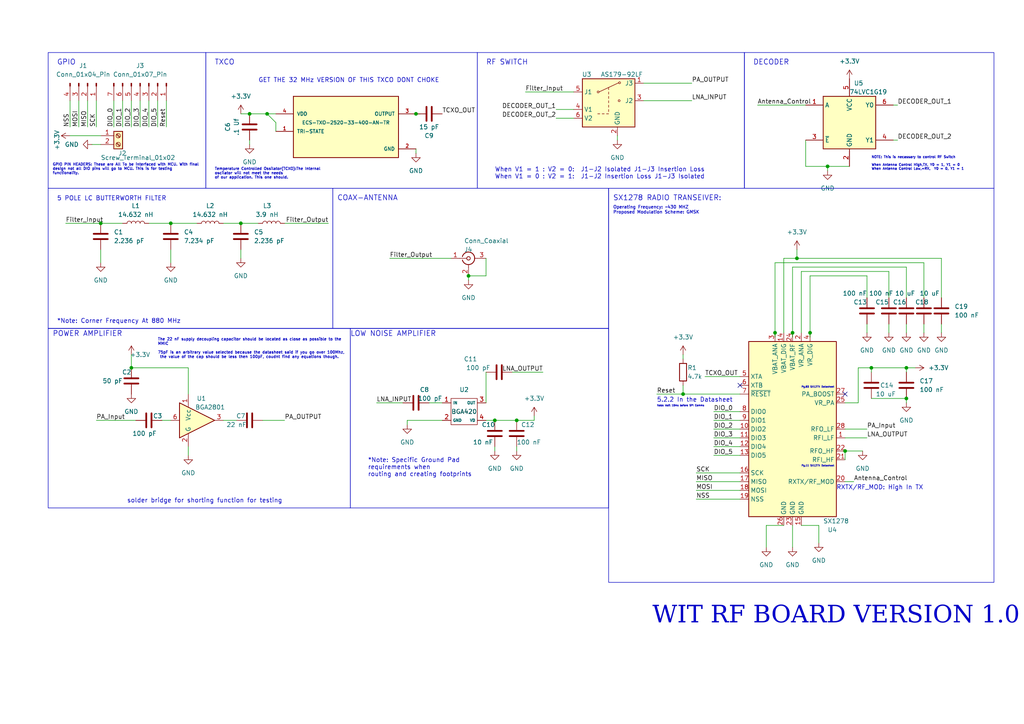
<source format=kicad_sch>
(kicad_sch (version 20230121) (generator eeschema)
  (paper "A4")
  (lib_symbols
    (symbol "74xGxx:74LVC1G19"
      (property "Reference" "U5" (at 1.27 11.43 0))
      (property "Value" "74LVC1G19" (at 0 8.89 0))
      (symbol "74LVC1G19_0_1"
        (rectangle (start -7.62 7.62) (end 7.62 -7.62) (stroke (width 0.254)) (fill (type background)))
      )
      (symbol "74LVC1G19_1_1"
        (pin input line (at -12.7 5.08 0) (length 5.08) (name "A") (number "1"))
        (pin input line (at 0 -12.7 90) (length 5.08) (name "GND") (number "2"))
        (pin input line (at -12.7 -5.08 0) (length 5.08) (name "~{E}") (number "3"))
        (pin output line (at 12.7 -5.08 180) (length 5.08) (name "Y1") (number "4"))
        (pin power_in line (at 0 12.7 270) (length 5.08) (name "VCC") (number "5"))
        (pin output line (at 12.7 5.08 180) (length 5.08) (name "Y0") (number "6"))
      )
    )
    (symbol "Connector:Conn_01x04_Pin" (pin_names (offset 1.016) hide)
      (property "Reference" "J" (at 0 5.08 0))
      (property "Value" "Conn_01x04_Pin" (at 0 -7.62 0))
      (symbol "Conn_01x04_Pin_1_1"
        (polyline (pts (xy 1.27 -5.08) (xy 0.8636 -5.08)) (stroke (width 0.1524)))
        (polyline (pts (xy 1.27 -2.54) (xy 0.8636 -2.54)) (stroke (width 0.1524)))
        (polyline (pts (xy 1.27 0) (xy 0.8636 0)) (stroke (width 0.1524)))
        (polyline (pts (xy 1.27 2.54) (xy 0.8636 2.54)) (stroke (width 0.1524)))
        (rectangle (start 0.8636 -4.953) (end 0 -5.207) (stroke (width 0.1524)) (fill (type outline)))
        (rectangle (start 0.8636 -2.413) (end 0 -2.667) (stroke (width 0.1524)) (fill (type outline)))
        (rectangle (start 0.8636 0.127) (end 0 -0.127) (stroke (width 0.1524)) (fill (type outline)))
        (rectangle (start 0.8636 2.667) (end 0 2.413) (stroke (width 0.1524)) (fill (type outline)))
        (pin passive line (at 5.08 2.54 180) (length 3.81) (name "Pin_1") (number "1"))
        (pin passive line (at 5.08 0 180) (length 3.81) (name "Pin_2") (number "2"))
        (pin passive line (at 5.08 -2.54 180) (length 3.81) (name "Pin_3") (number "3"))
        (pin passive line (at 5.08 -5.08 180) (length 3.81) (name "Pin_4") (number "4"))
      )
    )
    (symbol "Connector:Conn_01x07_Pin" (pin_names (offset 1.016) hide)
      (property "Reference" "J" (at 0 10.16 0))
      (property "Value" "Conn_01x07_Pin" (at 0 -10.16 0))
      (symbol "Conn_01x07_Pin_1_1"
        (polyline (pts (xy 1.27 -7.62) (xy 0.8636 -7.62)) (stroke (width 0.1524)))
        (polyline (pts (xy 1.27 -5.08) (xy 0.8636 -5.08)) (stroke (width 0.1524)))
        (polyline (pts (xy 1.27 -2.54) (xy 0.8636 -2.54)) (stroke (width 0.1524)))
        (polyline (pts (xy 1.27 0) (xy 0.8636 0)) (stroke (width 0.1524)))
        (polyline (pts (xy 1.27 2.54) (xy 0.8636 2.54)) (stroke (width 0.1524)))
        (polyline (pts (xy 1.27 5.08) (xy 0.8636 5.08)) (stroke (width 0.1524)))
        (polyline (pts (xy 1.27 7.62) (xy 0.8636 7.62)) (stroke (width 0.1524)))
        (rectangle (start 0.8636 -7.493) (end 0 -7.747) (stroke (width 0.1524)) (fill (type outline)))
        (rectangle (start 0.8636 -4.953) (end 0 -5.207) (stroke (width 0.1524)) (fill (type outline)))
        (rectangle (start 0.8636 -2.413) (end 0 -2.667) (stroke (width 0.1524)) (fill (type outline)))
        (rectangle (start 0.8636 0.127) (end 0 -0.127) (stroke (width 0.1524)) (fill (type outline)))
        (rectangle (start 0.8636 2.667) (end 0 2.413) (stroke (width 0.1524)) (fill (type outline)))
        (rectangle (start 0.8636 5.207) (end 0 4.953) (stroke (width 0.1524)) (fill (type outline)))
        (rectangle (start 0.8636 7.747) (end 0 7.493) (stroke (width 0.1524)) (fill (type outline)))
        (pin passive line (at 5.08 7.62 180) (length 3.81) (name "Pin_1") (number "1"))
        (pin passive line (at 5.08 5.08 180) (length 3.81) (name "Pin_2") (number "2"))
        (pin passive line (at 5.08 2.54 180) (length 3.81) (name "Pin_3") (number "3"))
        (pin passive line (at 5.08 0 180) (length 3.81) (name "Pin_4") (number "4"))
        (pin passive line (at 5.08 -2.54 180) (length 3.81) (name "Pin_5") (number "5"))
        (pin passive line (at 5.08 -5.08 180) (length 3.81) (name "Pin_6") (number "6"))
        (pin passive line (at 5.08 -7.62 180) (length 3.81) (name "Pin_7") (number "7"))
      )
    )
    (symbol "Connector:Conn_Coaxial" (pin_names (offset 1.016) hide)
      (property "Reference" "J5" (at 1.27 -2.54 0))
      (property "Value" "Conn_Coaxial" (at 1.27 -3.81 0))
      (symbol "Conn_Coaxial_0_1"
        (arc (start -1.778 -0.508) (mid 0.2311 -1.8066) (end 1.778 0) (stroke (width 0.254)))
        (polyline (pts (xy -2.54 0) (xy -0.508 0)))
        (polyline (pts (xy 0 -2.54) (xy 0 -1.778)))
        (polyline (pts (xy 2.54 0) (xy 1.778 0)))
        (circle (center 0 0) (radius 0.508) (stroke (width 0.2032)))
        (arc (start 1.778 0) (mid 0.2099 1.8101) (end -1.778 0.508) (stroke (width 0.254)))
      )
      (symbol "Conn_Coaxial_1_1"
        (pin passive line (at -5.08 0 0) (length 2.54) (name "In") (number "1"))
        (pin passive line (at 0 -5.08 90) (length 2.54) (name "Ext") (number "2"))
        (pin passive line (at 5.08 0 180) (length 2.54) (name "Ext") (number "3"))
      )
    )
    (symbol "Connector:Screw_Terminal_01x02" (pin_names (offset 1.016) hide)
      (property "Reference" "J" (at 0 2.54 0))
      (property "Value" "Screw_Terminal_01x02" (at 0 -5.08 0))
      (symbol "Screw_Terminal_01x02_1_1"
        (rectangle (start -1.27 1.27) (end 1.27 -3.81) (stroke (width 0.254)) (fill (type background)))
        (circle (center 0 -2.54) (radius 0.635) (stroke (width 0.1524)))
        (polyline (pts (xy -0.5334 -2.2098) (xy 0.3302 -3.048)) (stroke (width 0.1524)))
        (polyline (pts (xy -0.5334 0.3302) (xy 0.3302 -0.508)) (stroke (width 0.1524)))
        (polyline (pts (xy -0.3556 -2.032) (xy 0.508 -2.8702)) (stroke (width 0.1524)))
        (polyline (pts (xy -0.3556 0.508) (xy 0.508 -0.3302)) (stroke (width 0.1524)))
        (circle (center 0 0) (radius 0.635) (stroke (width 0.1524)))
        (pin passive line (at -5.08 0 0) (length 3.81) (name "Pin_1") (number "1"))
        (pin passive line (at -5.08 -2.54 0) (length 3.81) (name "Pin_2") (number "2"))
      )
    )
    (symbol "Device:C" (pin_numbers hide) (pin_names (offset 0.254))
      (property "Reference" "C" (at 0.635 2.54 0))
      (property "Value" "C" (at 0.635 -2.54 0))
      (symbol "C_0_1"
        (polyline (pts (xy -2.032 -0.762) (xy 2.032 -0.762)) (stroke (width 0.508)))
        (polyline (pts (xy -2.032 0.762) (xy 2.032 0.762)) (stroke (width 0.508)))
      )
      (symbol "C_1_1"
        (pin passive line (at 0 3.81 270) (length 2.794) (name "~") (number "1"))
        (pin passive line (at 0 -3.81 90) (length 2.794) (name "~") (number "2"))
      )
    )
    (symbol "Device:L" (pin_numbers hide) (pin_names (offset 1.016) hide)
      (property "Reference" "L" (at -1.27 0 90))
      (property "Value" "L" (at 1.905 0 90))
      (symbol "L_0_1"
        (arc (start 0 -2.54) (mid 0.6323 -1.905) (end 0 -1.27))
        (arc (start 0 -1.27) (mid 0.6323 -0.635) (end 0 0))
        (arc (start 0 0) (mid 0.6323 0.635) (end 0 1.27))
        (arc (start 0 1.27) (mid 0.6323 1.905) (end 0 2.54))
      )
      (symbol "L_1_1"
        (pin passive line (at 0 3.81 270) (length 1.27) (name "1") (number "1"))
        (pin passive line (at 0 -3.81 90) (length 1.27) (name "2") (number "2"))
      )
    )
    (symbol "Device:R" (pin_numbers hide) (pin_names (offset 0))
      (property "Reference" "R" (at 2.032 0 90))
      (property "Value" "R" (at 0 0 90))
      (symbol "R_0_1"
        (rectangle (start -1.016 -2.54) (end 1.016 2.54) (stroke (width 0.254)))
      )
      (symbol "R_1_1"
        (pin passive line (at 0 3.81 270) (length 1.27) (name "~") (number "1"))
        (pin passive line (at 0 -3.81 90) (length 1.27) (name "~") (number "2"))
      )
    )
    (symbol "GND_1" (power) (pin_names (offset 0))
      (property "Value" "GND_1" (at 0 -5.08 0))
      (symbol "GND_1_0_1"
        (polyline (pts (xy 0 0) (xy 0 -1.27) (xy 1.27 -1.27) (xy 0 -2.54) (xy -1.27 -1.27) (xy 0 -1.27)))
      )
      (symbol "GND_1_1_1"
        (pin power_in line (at 0 0 270) (length 0) hide (name "GND") (number "1"))
      )
    )
    (symbol "Pico_Comm_Board:BGA420H6"
      (property "Reference" "U2" (at 0 6.35 0))
      (property "Value" "~" (at 0 0 0))
      (symbol "BGA420H6_0_1"
        (rectangle (start -3.81 3.81) (end 3.81 -3.81))
      )
      (symbol "BGA420H6_1_1"
        (text "BGA420\n" (at 0 0 0) (effects (font (size 1.27 1.27))))
        (pin input line (at -6.35 2.54 0) (length 2.54) (name "IN") (number "1"))
        (pin input line (at -6.35 -2.54 0) (length 2.54) (name "GND") (number "2"))
        (pin output line (at 6.35 2.54 180) (length 2.54) (name "OUT") (number "3"))
        (pin input line (at 6.35 -2.54 180) (length 2.54) (name "VD") (number "4"))
      )
    )
    (symbol "RF:SX1278"
      (property "Reference" "U4" (at 10.16 -29.21 0))
      (property "Value" "SX1278" (at 8.89 -26.67 0))
      (symbol "SX1278_0_1"
        (rectangle (start -12.7 25.4) (end 12.7 -25.4) (stroke (width 0.254)) (fill (type background)))
      )
      (symbol "SX1278_1_1"
        (pin input line (at 15.24 -2.54 180) (length 2.54) (name "RFI_LF") (number "1"))
        (pin bidirectional line (at -15.24 0 0) (length 2.54) (name "DIO2") (number "10"))
        (pin bidirectional line (at -15.24 -2.54 0) (length 2.54) (name "DIO3") (number "11"))
        (pin bidirectional line (at -15.24 -5.08 0) (length 2.54) (name "DIO4") (number "12"))
        (pin bidirectional line (at -15.24 -7.62 0) (length 2.54) (name "DIO5") (number "13"))
        (pin input line (at -2.54 27.94 270) (length 2.54) (name "VBAT_DIG") (number "14"))
        (pin input line (at 2.54 -27.94 90) (length 2.54) (name "GND") (number "15"))
        (pin input line (at -15.24 -12.7 0) (length 2.54) (name "SCK") (number "16"))
        (pin output line (at -15.24 -15.24 0) (length 2.54) (name "MISO") (number "17"))
        (pin input line (at -15.24 -17.78 0) (length 2.54) (name "MOSI") (number "18"))
        (pin input line (at -15.24 -20.32 0) (length 2.54) (name "NSS") (number "19"))
        (pin input line (at 2.54 27.94 270) (length 2.54) (name "VR_ANA") (number "2"))
        (pin output line (at 15.24 -15.24 180) (length 2.54) (name "RXTX/RF_MOD") (number "20"))
        (pin passive line (at 2.54 -27.94 90) (length 2.54) hide (name "GND") (number "21"))
        (pin input line (at 15.24 -8.89 180) (length 2.54) (name "RFI_HF") (number "21"))
        (pin passive line (at 2.54 -27.94 90) (length 2.54) hide (name "GND") (number "22"))
        (pin input line (at 15.24 -6.35 180) (length 2.54) (name "RFO_HF") (number "22"))
        (pin input line (at 0 -27.94 90) (length 2.54) (name "GND") (number "23"))
        (pin passive line (at 2.54 -27.94 90) (length 2.54) hide (name "GND") (number "23"))
        (pin input line (at 0 27.94 270) (length 2.54) (name "VBAT_RF") (number "24"))
        (pin power_out line (at 15.24 7.62 180) (length 2.54) (name "VR_PA") (number "25"))
        (pin input line (at -2.54 -27.94 90) (length 2.54) (name "GND") (number "26"))
        (pin passive line (at 2.54 -27.94 90) (length 2.54) hide (name "GND") (number "26"))
        (pin power_out line (at 15.24 10.16 180) (length 2.54) (name "PA_BOOST") (number "27"))
        (pin output line (at 15.24 0 180) (length 2.54) (name "RFO_LF") (number "28"))
        (pin passive line (at 2.54 -27.94 90) (length 2.54) hide (name "GND") (number "29"))
        (pin input line (at -5.08 27.94 270) (length 2.54) (name "VBAT_ANA") (number "3"))
        (pin input line (at 5.08 27.94 270) (length 2.54) (name "VR_DIG") (number "4"))
        (pin bidirectional line (at -15.24 15.24 0) (length 2.54) (name "XTA") (number "5"))
        (pin bidirectional line (at -15.24 12.7 0) (length 2.54) (name "XTB") (number "6"))
        (pin input line (at -15.24 10.16 0) (length 2.54) (name "~{RESET}") (number "7"))
        (pin bidirectional line (at -15.24 5.08 0) (length 2.54) (name "DIO0") (number "8"))
        (pin bidirectional line (at -15.24 2.54 0) (length 2.54) (name "DIO1") (number "9"))
      )
    )
    (symbol "RF_Amplifier:BGA2801"
      (property "Reference" "U" (at 2.54 6.35 0))
      (property "Value" "BGA2801" (at 3.81 3.81 0))
      (symbol "BGA2801_0_1"
        (polyline (pts (xy 5.08 0) (xy -5.08 5.08) (xy -5.08 -5.08) (xy 5.08 0)) (stroke (width 0.254)) (fill (type background)))
      )
      (symbol "BGA2801_1_1"
        (pin power_in line (at -2.54 7.62 270) (length 3.81) (name "Vcc") (number "1"))
        (pin power_in line (at -2.54 -7.62 90) (length 3.81) (name "G") (number "2"))
        (pin output line (at 7.62 0 180) (length 2.54) (name "~") (number "3"))
        (pin passive line (at -2.54 -7.62 90) (length 3.81) hide (name "G") (number "4"))
        (pin passive line (at -2.54 -7.62 90) (length 3.81) hide (name "G") (number "5"))
        (pin input line (at -7.62 0 0) (length 2.54) (name "~") (number "6"))
      )
    )
    (symbol "RF_Switch:AS179-92LF"
      (property "Reference" "U3" (at 0 11.43 0))
      (property "Value" "AS179-92LF" (at 0 8.89 0))
      (symbol "AS179-92LF_1_1"
        (circle (center -3.048 2.54) (radius 0.2794))
        (polyline (pts (xy -3.175 -3.81) (xy -2.54 -3.81)))
        (polyline (pts (xy -2.794 2.54) (xy 2.921 5.207)))
        (polyline (pts (xy -1.905 -3.81) (xy -1.27 -3.81)))
        (polyline (pts (xy -0.635 -3.81) (xy 0 -3.81)))
        (polyline (pts (xy 0 -3.175) (xy 0 -2.54)))
        (polyline (pts (xy 0 -1.905) (xy 0 -1.27)))
        (polyline (pts (xy 0 -0.635) (xy 0 0)))
        (polyline (pts (xy 0 0.635) (xy 0 1.27)))
        (polyline (pts (xy 0 1.905) (xy 0 2.54)))
        (polyline (pts (xy 0 3.175) (xy 0 3.81)))
        (circle (center 3.048 0) (radius 0.2794))
        (circle (center 3.175 5.207) (radius 0.2794))
        (rectangle (start 7.62 -7.62) (end -7.62 6.35) (stroke (width 0.254)) (fill (type background)))
        (pin passive line (at 10.16 5.08 180) (length 2.54) (name "J3") (number "1"))
        (pin input line (at 2.54 -10.16 90) (length 2.54) (name "GND") (number "2"))
        (pin passive line (at 10.16 0 180) (length 2.54) (name "J2") (number "3"))
        (pin input line (at -10.16 -2.54 0) (length 2.54) (name "V1") (number "4"))
        (pin passive line (at -10.16 2.54 0) (length 2.54) (name "J1") (number "5"))
        (pin input line (at -10.16 -5.08 0) (length 2.54) (name "V2") (number "6"))
      )
    )
    (symbol "TXCO #2:ECS-TXO-2520-33-400-AN-TR" (pin_names (offset 1.016))
      (property "Reference" "Y" (at -15.7743 7.8872 0))
      (property "Value" "ECS-TXO-2520-33-400-AN-TR" (at -15.7951 -12.2286 0))
      (symbol "ECS-TXO-2520-33-400-AN-TR_0_0"
        (rectangle (start -15.24 -10.16) (end 15.24 7.62) (stroke (width 0.254)) (fill (type background)))
        (pin input line (at -20.32 -2.54 0) (length 5.08) (name "TRI-STATE") (number "1"))
        (pin power_in line (at 20.32 -7.62 180) (length 5.08) (name "GND") (number "2"))
        (pin output line (at 20.32 2.54 180) (length 5.08) (name "OUTPUT") (number "3"))
        (pin input line (at -20.32 2.54 0) (length 5.08) (name "VDD") (number "4"))
      )
    )
    (symbol "power:+3.3V" (power) (pin_names (offset 0))
      (property "Value" "+3.3V" (at 0 3.556 0))
      (symbol "+3.3V_0_1"
        (polyline (pts (xy -0.762 1.27) (xy 0 2.54)))
        (polyline (pts (xy 0 0) (xy 0 2.54)))
        (polyline (pts (xy 0 2.54) (xy 0.762 1.27)))
      )
      (symbol "+3.3V_1_1"
        (pin power_in line (at 0 0 90) (length 0) hide (name "+3.3V") (number "1"))
      )
    )
    (symbol "power:GND" (power) (pin_names (offset 0))
      (property "Value" "GND" (at 0 -3.81 0))
      (symbol "GND_0_1"
        (polyline (pts (xy 0 0) (xy 0 -1.27) (xy 1.27 -1.27) (xy 0 -2.54) (xy -1.27 -1.27) (xy 0 -1.27)))
      )
      (symbol "GND_1_1"
        (pin power_in line (at 0 0 270) (length 0) hide (name "GND") (number "1"))
      )
    )
  )
  (junction (at 120.65 33.02))
  (junction (at 149.86 121.92))
  (junction (at 69.85 64.77))
  (junction (at 231.14 74.93))
  (junction (at 135.89 80.01))
  (junction (at 72.39 33.02))
  (junction (at 49.53 64.77))
  (junction (at 245.11 130.81))
  (junction (at 252.73 106.68))
  (junction (at 143.51 121.92))
  (junction (at 240.03 48.26))
  (junction (at 224.79 96.52))
  (junction (at 198.12 114.3))
  (junction (at 234.95 96.52))
  (junction (at 262.89 115.57))
  (junction (at 229.87 96.52))
  (junction (at 77.47 33.02))
  (junction (at 38.1 106.68))
  (junction (at 262.89 106.68))
  (junction (at 29.21 64.77))
  (no_connect (at 214.63 111.76))
  (no_connect (at 245.11 114.3))
  (wire (pts (xy 245.11 130.81) (xy 250.19 130.81)))
  (wire (pts (xy 143.51 129.54) (xy 143.51 130.81)))
  (wire (pts (xy 233.68 48.26) (xy 240.03 48.26)))
  (wire (pts (xy 69.85 72.39) (xy 69.85 74.93)))
  (wire (pts (xy 80.01 35.56) (xy 80.01 38.1)))
  (wire (pts (xy 219.71 30.48) (xy 233.68 30.48)))
  (wire (pts (xy 33.02 29.21) (xy 33.02 36.83)))
  (wire (pts (xy 227.33 74.93) (xy 231.14 74.93)))
  (wire (pts (xy 245.11 127) (xy 251.46 127)))
  (wire (pts (xy 20.32 39.37) (xy 29.21 39.37)))
  (wire (pts (xy 118.11 121.92) (xy 118.11 123.19)))
  (wire (pts (xy 201.93 142.24) (xy 214.63 142.24)))
  (wire (pts (xy 259.08 30.48) (xy 260.35 30.48)))
  (wire (pts (xy 149.86 121.92) (xy 154.94 121.92)))
  (wire (pts (xy 204.47 109.22) (xy 214.63 109.22)))
  (wire (pts (xy 198.12 111.76) (xy 198.12 114.3)))
  (wire (pts (xy 224.79 96.52) (xy 224.79 97.79)))
  (wire (pts (xy 232.41 78.74) (xy 257.81 78.74)))
  (wire (pts (xy 251.46 80.01) (xy 251.46 86.36)))
  (wire (pts (xy 248.92 106.68) (xy 248.92 116.84)))
  (wire (pts (xy 229.87 152.4) (xy 229.87 158.75)))
  (wire (pts (xy 234.95 80.01) (xy 234.95 96.52)))
  (wire (pts (xy 229.87 96.52) (xy 229.87 97.79)))
  (wire (pts (xy 257.81 78.74) (xy 257.81 86.36)))
  (wire (pts (xy 161.29 34.29) (xy 166.37 34.29)))
  (wire (pts (xy 201.93 144.78) (xy 214.63 144.78)))
  (wire (pts (xy 248.92 106.68) (xy 252.73 106.68)))
  (wire (pts (xy 109.22 116.84) (xy 116.84 116.84)))
  (wire (pts (xy 232.41 78.74) (xy 232.41 96.52)))
  (wire (pts (xy 161.29 31.75) (xy 166.37 31.75)))
  (wire (pts (xy 237.49 152.4) (xy 237.49 157.48)))
  (wire (pts (xy 245.11 124.46) (xy 251.46 124.46)))
  (wire (pts (xy 77.47 33.02) (xy 80.01 33.02)))
  (wire (pts (xy 267.97 76.2) (xy 267.97 86.36)))
  (wire (pts (xy 25.4 29.21) (xy 25.4 36.83)))
  (wire (pts (xy 252.73 106.68) (xy 262.89 106.68)))
  (wire (pts (xy 259.08 40.64) (xy 260.35 40.64)))
  (wire (pts (xy 19.05 64.77) (xy 29.21 64.77)))
  (wire (pts (xy 140.97 74.93) (xy 140.97 80.01)))
  (wire (pts (xy 27.94 121.92) (xy 39.37 121.92)))
  (wire (pts (xy 82.55 64.77) (xy 95.25 64.77)))
  (wire (pts (xy 140.97 121.92) (xy 143.51 121.92)))
  (wire (pts (xy 69.85 33.02) (xy 72.39 33.02)))
  (wire (pts (xy 64.77 121.92) (xy 68.58 121.92)))
  (wire (pts (xy 257.81 93.98) (xy 257.81 96.52)))
  (wire (pts (xy 201.93 137.16) (xy 214.63 137.16)))
  (wire (pts (xy 262.89 77.47) (xy 262.89 86.36)))
  (wire (pts (xy 154.94 120.65) (xy 154.94 121.92)))
  (wire (pts (xy 262.89 106.68) (xy 262.89 107.95)))
  (wire (pts (xy 118.11 121.92) (xy 128.27 121.92)))
  (wire (pts (xy 120.65 33.02) (xy 121.92 33.02)))
  (wire (pts (xy 198.12 102.87) (xy 198.12 104.14)))
  (wire (pts (xy 273.05 74.93) (xy 231.14 74.93)))
  (wire (pts (xy 22.86 29.21) (xy 22.86 36.83)))
  (wire (pts (xy 245.11 116.84) (xy 248.92 116.84)))
  (wire (pts (xy 267.97 93.98) (xy 267.97 96.52)))
  (wire (pts (xy 69.85 64.77) (xy 74.93 64.77)))
  (wire (pts (xy 140.97 107.95) (xy 140.97 116.84)))
  (wire (pts (xy 46.99 121.92) (xy 49.53 121.92)))
  (wire (pts (xy 273.05 93.98) (xy 273.05 96.52)))
  (wire (pts (xy 224.79 76.2) (xy 224.79 96.52)))
  (wire (pts (xy 251.46 93.98) (xy 251.46 96.52)))
  (wire (pts (xy 240.03 49.53) (xy 240.03 48.26)))
  (wire (pts (xy 214.63 121.92) (xy 207.01 121.92)))
  (wire (pts (xy 48.26 29.21) (xy 48.26 36.83)))
  (wire (pts (xy 233.68 40.64) (xy 233.68 48.26)))
  (wire (pts (xy 201.93 139.7) (xy 214.63 139.7)))
  (wire (pts (xy 40.64 29.21) (xy 40.64 36.83)))
  (wire (pts (xy 64.77 64.77) (xy 69.85 64.77)))
  (wire (pts (xy 222.25 152.4) (xy 227.33 152.4)))
  (wire (pts (xy 273.05 74.93) (xy 273.05 86.36)))
  (wire (pts (xy 135.89 80.01) (xy 140.97 80.01)))
  (wire (pts (xy 186.69 29.21) (xy 200.66 29.21)))
  (wire (pts (xy 45.72 29.21) (xy 45.72 36.83)))
  (wire (pts (xy 26.67 41.91) (xy 29.21 41.91)))
  (wire (pts (xy 120.65 43.18) (xy 120.65 44.45)))
  (wire (pts (xy 198.12 114.3) (xy 214.63 114.3)))
  (wire (pts (xy 234.95 80.01) (xy 251.46 80.01)))
  (wire (pts (xy 80.01 35.56) (xy 77.47 33.02)))
  (wire (pts (xy 262.89 115.57) (xy 262.89 116.84)))
  (wire (pts (xy 214.63 127) (xy 207.01 127)))
  (wire (pts (xy 262.89 93.98) (xy 262.89 96.52)))
  (wire (pts (xy 227.33 74.93) (xy 227.33 96.52)))
  (wire (pts (xy 148.59 107.95) (xy 157.48 107.95)))
  (wire (pts (xy 224.79 76.2) (xy 267.97 76.2)))
  (wire (pts (xy 214.63 124.46) (xy 207.01 124.46)))
  (wire (pts (xy 222.25 152.4) (xy 222.25 158.75)))
  (wire (pts (xy 54.61 106.68) (xy 54.61 114.3)))
  (wire (pts (xy 179.07 39.37) (xy 179.07 40.64)))
  (wire (pts (xy 43.18 64.77) (xy 49.53 64.77)))
  (wire (pts (xy 20.32 29.21) (xy 20.32 36.83)))
  (wire (pts (xy 35.56 29.21) (xy 35.56 36.83)))
  (wire (pts (xy 240.03 48.26) (xy 246.38 48.26)))
  (wire (pts (xy 149.86 129.54) (xy 149.86 130.81)))
  (wire (pts (xy 237.49 152.4) (xy 232.41 152.4)))
  (wire (pts (xy 252.73 115.57) (xy 262.89 115.57)))
  (wire (pts (xy 49.53 72.39) (xy 49.53 76.2)))
  (wire (pts (xy 38.1 29.21) (xy 38.1 36.83)))
  (wire (pts (xy 143.51 121.92) (xy 149.86 121.92)))
  (wire (pts (xy 229.87 77.47) (xy 229.87 96.52)))
  (wire (pts (xy 190.5 114.3) (xy 198.12 114.3)))
  (wire (pts (xy 54.61 129.54) (xy 54.61 132.08)))
  (wire (pts (xy 229.87 77.47) (xy 262.89 77.47)))
  (wire (pts (xy 262.89 106.68) (xy 265.43 106.68)))
  (wire (pts (xy 152.4 26.67) (xy 166.37 26.67)))
  (wire (pts (xy 231.14 72.39) (xy 231.14 74.93)))
  (wire (pts (xy 27.94 29.21) (xy 27.94 36.83)))
  (wire (pts (xy 186.69 24.13) (xy 200.66 24.13)))
  (wire (pts (xy 252.73 107.95) (xy 252.73 106.68)))
  (wire (pts (xy 76.2 121.92) (xy 82.55 121.92)))
  (wire (pts (xy 72.39 33.02) (xy 77.47 33.02)))
  (wire (pts (xy 38.1 102.87) (xy 38.1 106.68)))
  (wire (pts (xy 245.11 139.7) (xy 247.65 139.7)))
  (wire (pts (xy 234.95 96.52) (xy 234.95 97.79)))
  (wire (pts (xy 29.21 72.39) (xy 29.21 76.2)))
  (wire (pts (xy 72.39 41.91) (xy 72.39 40.64)))
  (wire (pts (xy 43.18 29.21) (xy 43.18 36.83)))
  (wire (pts (xy 38.1 106.68) (xy 54.61 106.68)))
  (wire (pts (xy 135.89 80.01) (xy 135.89 81.28)))
  (wire (pts (xy 245.11 130.81) (xy 245.11 133.35)))
  (wire (pts (xy 29.21 64.77) (xy 35.56 64.77)))
  (wire (pts (xy 214.63 129.54) (xy 207.01 129.54)))
  (wire (pts (xy 214.63 132.08) (xy 207.01 132.08)))
  (wire (pts (xy 214.63 119.38) (xy 207.01 119.38)))
  (wire (pts (xy 113.03 74.93) (xy 130.81 74.93)))
  (wire (pts (xy 49.53 64.77) (xy 57.15 64.77)))
  (wire (pts (xy 124.46 116.84) (xy 128.27 116.84)))
  (rectangle (start 13.97 95.25) (end 101.6 147.32))
  (rectangle (start 13.97 15.24) (end 59.69 54.61))
  (rectangle (start 59.69 15.24) (end 138.43 54.61))
  (rectangle (start 13.97 54.61) (end 96.52 95.25))
  (rectangle (start 96.52 54.61) (end 176.53 95.25))
  (rectangle (start 176.53 54.61) (end 288.29 168.91))
  (rectangle (start 138.43 15.24) (end 215.9 54.61))
  (rectangle (start 101.6 95.25) (end 176.53 147.32))
  (rectangle (start 215.9 15.24) (end 288.29 54.61))
  (text "5.2.2 In the Datasheet\n" (at 190.5 116.84 0) (effects (font (size 1.27 1.27)) (justify left bottom)))
  (text "When V1 = 1 : V2 = 0:  J1-J2 Isolated J1-J3 Insertion Loss\nWhen V1 = 0 : V2 = 1:  J1-J2 Insertion Loss J1-J3 Isolated\n" (at 143.51 52.07 0) (effects (font (size 1.27 1.27)) (justify left bottom)))
  (text "GPIO\n" (at 16.51 19.05 0) (effects (font (size 1.5 1.5)) (justify left bottom)))
  (text "RXTX/RF_MOD: High In TX\n" (at 242.57 142.24 0) (effects (font (size 1.27 1.27)) (justify left bottom)))
  (text "Note: Wait 10ms before SPI Comms\n" (at 190.5 118.11 0) (effects (font (size 0.5 0.5)) (justify left bottom)))
  (text "GPIO PIN HEADERS: These are All To be interfaced with MCU. With final\ndesign not all DIO pins will go to MCU. This is for testing \nfunctionality.\n" (at 15.24 50.8 0) (effects (font (size 0.77 0.77)) (justify left bottom)))
  (text "*Note: Corner Frequency At 880 MHz\n" (at 16.51 93.98 0) (effects (font (size 1.27 1.27)) (justify left bottom)))
  (text "RF SWITCH" (at 140.97 19.05 0) (effects (font (size 1.5 1.5)) (justify left bottom)))
  (text "COAX-ANTENNA\n" (at 97.79 58.42 0) (effects (font (size 1.5 1.5)) (justify left bottom)))
  (text "LOW NOISE AMPLIFIER\n" (at 101.6 97.79 0) (effects (font (size 1.5 1.5)) (justify left bottom)))
  (text "POWER AMPLIFIER" (at 15.24 97.79 0) (effects (font (size 1.5 1.5)) (justify left bottom)))
  (text "GET THE 32 MHz VERSION OF THIS TXCO DONT CHOKE\n" (at 74.93 24.13 0) (effects (font (size 1.27 1.27)) (justify left bottom)))
  (text "*Note: Specific Ground Pad \nrequirements when \nrouting and creating footprints" (at 106.68 138.43 0) (effects (font (size 1.27 1.27)) (justify left bottom)))
  (text "Operating Frequency: ~430 MHZ\nProposed Modulation Scheme: GMSK\n" (at 177.8 62.23 0) (effects (font (size 0.9 0.9)) (justify left bottom)))
  (text "Pg.11 SX127X Datasheet\n\n\n" (at 232.41 137.16 0) (effects (font (size 0.5 0.5)) (justify left bottom)))
  (text "solder bridge for shorting function for testing \n" (at 36.83 146.05 0) (effects (font (size 1.27 1.27)) (justify left bottom)))
  (text "75pF is an arbitrary value selected because the datasheet said if you go over 100Mhz,\n the value of the cap should be less then 100pF, coudnt find any equations though." (at 45.72 104.14 0) (effects (font (size 0.8 0.8)) (justify left bottom)))
  (text "Pg.83 SX127X Datasheet\n\n\n" (at 232.41 114.3 0) (effects (font (size 0.5 0.5)) (justify left bottom)))
  (text "Temperature Controlled Ossilator(TCXO):The Internal \noscilator will not meet the needs \nof our application. This one should." (at 62.23 52.07 0) (effects (font (size 0.77 0.77)) (justify left bottom)))
  (text "SX1278 RADIO TRANSEIVER:\n" (at 177.8 58.42 0) (effects (font (size 1.5 1.5)) (justify left bottom)))
  (text "WIT RF BOARD VERSION 1.0\n" (at 189.23 182.88 0) (effects (font (size 5 5)) (justify left bottom)))
  (text "NOTE: This is necassary to control RF Switch\n\nWhen Antenna Control High,TX, Y0 = 1, Y1 = 0\nWhen Antenna Control Low,=RX,  Y0 = 0, Y1 = 1" (at 252.73 49.53 0) (effects (font (size 0.7 0.7)) (justify left bottom)))
  (text "TXCO\n" (at 62.23 19.05 0) (effects (font (size 1.5 1.5)) (justify left bottom)))
  (text "DECODER\n" (at 218.44 19.05 0) (effects (font (size 1.5 1.5)) (justify left bottom)))
  (text "5 POLE LC BUTTERWORTH FILTER" (at 16.51 58.42 0) (effects (font (size 1.27 1.27)) (justify left bottom)))
  (text "The 22 nF supply decoupling capacitor should be located as close as possible to the\nMMIC" (at 45.72 100.33 0) (effects (font (size 0.8 0.8)) (justify left bottom)))
  (label "DIO_0" (at 207.01 119.38 0))
  (label "MOSI" (at 22.86 36.83 90))
  (label "Reset" (at 48.26 36.83 90))
  (label "DIO_5" (at 207.01 132.08 0))
  (label "Reset" (at 190.5 114.3 0))
  (label "DIO_0" (at 33.02 36.83 90))
  (label "MISO" (at 25.4 36.83 90))
  (label "LNA_OUTPUT" (at 251.46 127 0))
  (label "DIO_3" (at 207.01 127 0))
  (label "NSS" (at 20.32 36.83 90))
  (label "DIO_3" (at 40.64 36.83 90))
  (label "DECODER_OUT_1" (at 260.35 30.48 0))
  (label "Antenna_Control" (at 219.71 30.48 0))
  (label "TCXO_OUT" (at 128.27 33.02 0))
  (label "MISO" (at 201.93 139.7 0))
  (label "PA_OUTPUT" (at 82.55 121.92 0))
  (label "DIO_1" (at 207.01 121.92 0))
  (label "MOSI" (at 201.93 142.24 0))
  (label "DIO_5" (at 45.72 36.83 90))
  (label "DECODER_OUT_1" (at 161.29 31.75 180))
  (label "Antenna_Control" (at 247.65 139.7 0))
  (label "DIO_4" (at 207.01 129.54 0))
  (label "PA_Input" (at 251.46 124.46 0))
  (label "PA_OUTPUT" (at 200.66 24.13 0))
  (label "DECODER_OUT_2" (at 260.35 40.64 0))
  (label "NSS" (at 201.93 144.78 0))
  (label "Filter_Input" (at 19.05 64.77 0))
  (label "LNA_INPUT" (at 200.66 29.21 0))
  (label "DIO_4" (at 43.18 36.83 90))
  (label "Filter_Output" (at 95.25 64.77 180))
  (label "LNA_INPUT" (at 109.22 116.84 0))
  (label "DIO_2" (at 38.1 36.83 90))
  (label "SCK" (at 27.94 36.83 90))
  (label "DIO_1" (at 35.56 36.83 90))
  (label "Filter_Input" (at 152.4 26.67 0))
  (label "SCK" (at 201.93 137.16 0))
  (label "DIO_2" (at 207.01 124.46 0))
  (label "TCXO_OUT" (at 204.47 109.22 0))
  (label "PA_Input" (at 27.94 121.92 0))
  (label "DECODER_OUT_2" (at 161.29 34.29 180))
  (label "LNA_OUTPUT" (at 157.48 107.95 180))
  (label "Filter_Output" (at 113.03 74.93 0))
  (symbol (lib_id "power:GND") (at 250.19 130.81 0) (unit 1)
    (property "Reference" "#PWR023" (effects hide))
    (property "Value" "GND" (at 250.19 135.89 0))
  )
  (symbol (lib_id "Device:C") (at 29.21 68.58 0) (unit 1)
    (property "Reference" "C1" (at 33.02 67.31 0) (effects (justify left)))
    (property "Value" "2.236 pF" (at 33.02 69.85 0) (effects (justify left)))
    (property "Footprint" "0603 Footprint:RESC1608X55N" (effects hide))
  )
  (symbol (lib_id "power:GND") (at 120.65 44.45 0) (unit 1)
    (property "Reference" "#PWR012" (effects hide))
    (property "Value" "GND" (at 120.65 49.53 0))
  )
  (symbol (lib_id "power:+3.3V") (at 265.43 106.68 270) (unit 1)
    (property "Reference" "#PWR028" (effects hide))
    (property "Value" "+3.3V" (at 269.24 106.68 90) (effects (justify left)))
  )
  (symbol (lib_id "TXCO #2:ECS-TXO-2520-33-400-AN-TR") (at 100.33 35.56 0) (unit 1)
    (property "Reference" "Y1" (effects hide))
    (property "Value" "ECS-TXO-2520-33-400-AN-TR" (at 100.33 35.56 0) (effects (font (size 1 1))))
    (property "Footprint" "TXCO:OSC_ECS-TXO-2520-33-400-AN-TR" (effects hide))
    (property "Datasheet" "https://www.mouser.com/datasheet/2/122/ECS_TXO_2520-1064138.pdf" (effects hide))
    (property "PARTREV" "2017" (effects hide))
    (property "MANUFACTURER" "ECS INC" (effects hide))
    (property "STANDARD" "Manufcaturer Recommendations" (effects hide))
  )
  (symbol (lib_id "power:GND") (at 72.39 41.91 0) (unit 1)
    (property "Reference" "#PWR010" (effects hide))
    (property "Value" "GND" (at 72.39 46.99 0))
  )
  (symbol (lib_id "Device:C") (at 43.18 121.92 90) (unit 1)
    (property "Reference" "C3" (at 45.72 120.65 90))
    (property "Value" "100 pF" (at 41.91 125.73 90))
    (property "Footprint" "0603 Footprint:RESC1608X55N" (effects hide))
  )
  (symbol (lib_id "power:GND") (at 38.1 114.3 0) (unit 1)
    (property "Reference" "#PWR05" (effects hide))
    (property "Value" "GND" (at 38.1 119.38 0))
  )
  (symbol (lib_id "power:GND") (at 149.86 130.81 0) (unit 1)
    (property "Reference" "#PWR015" (effects hide))
    (property "Value" "GND" (at 149.86 135.89 0))
  )
  (symbol (lib_id "power:+3.3V") (at 231.14 72.39 0) (unit 1)
    (property "Reference" "#PWR020" (effects hide))
    (property "Value" "+3.3V" (at 231.14 67.31 0))
  )
  (symbol (lib_id "Device:C") (at 252.73 111.76 0) (unit 1)
    (property "Reference" "C14" (at 255.27 111.76 0) (effects (justify left)))
    (property "Value" "10 uF" (at 254 114.3 0) (effects (justify left)))
    (property "Footprint" "0603 Footprint:RESC1608X55N" (effects hide))
  )
  (symbol (lib_id "power:GND") (at 69.85 74.93 0) (unit 1)
    (property "Reference" "#PWR09" (effects hide))
    (property "Value" "GND" (at 69.85 80.01 0))
  )
  (symbol (lib_id "power:GND") (at 257.81 96.52 0) (unit 1)
    (property "Reference" "#PWR025" (effects hide))
    (property "Value" "GND" (at 257.81 101.6 0))
  )
  (symbol (lib_id "Device:L") (at 39.37 64.77 90) (unit 1)
    (property "Reference" "L1" (at 39.37 59.69 90))
    (property "Value" "14.632 nH" (at 39.37 62.23 90))
    (property "Footprint" "0603 Footprint:RESC1608X55N" (effects hide))
  )
  (symbol (lib_id "Device:C") (at 72.39 36.83 0) (unit 1)
    (property "Reference" "C6" (at 66.04 36.83 90))
    (property "Value" ".1 Uf" (at 68.58 36.83 90))
    (property "Footprint" "0603 Footprint:RESC1608X55N" (effects hide))
  )
  (symbol (lib_id "RF_Amplifier:BGA2801") (at 57.15 121.92 0) (unit 1)
    (property "Reference" "U1" (at 58.42 115.57 0))
    (property "Value" "BGA2801" (at 60.96 118.11 0))
    (property "Footprint" "Package_TO_SOT_SMD:SOT-363_SC-70-6" (effects hide))
    (property "Datasheet" "https://www.nxp.com/docs/en/data-sheet/BGA2801.pdf" (effects hide))
  )
  (symbol (lib_id "Device:C") (at 273.05 90.17 0) (unit 1)
    (property "Reference" "C19" (at 276.86 88.9 0) (effects (justify left)))
    (property "Value" "100 nF" (at 276.86 91.44 0) (effects (justify left)))
    (property "Footprint" "0603 Footprint:RESC1608X55N" (effects hide))
  )
  (symbol (lib_id "Device:C") (at 251.46 90.17 0) (mirror y) (unit 1)
    (property "Reference" "C13" (at 251.46 87.63 0) (effects (justify left)))
    (property "Value" "100 nF" (at 251.46 85.09 0) (effects (justify left)))
    (property "Footprint" "0603 Footprint:RESC1608X55N" (effects hide))
  )
  (symbol (lib_id "power:+3.3V") (at 154.94 120.65 0) (unit 1)
    (property "Reference" "#PWR016" (effects hide))
    (property "Value" "+3.3V" (at 154.94 115.57 0))
  )
  (symbol (lib_id "power:GND") (at 262.89 116.84 0) (unit 1)
    (property "Reference" "#PWR027" (effects hide))
    (property "Value" "GND" (at 262.89 121.92 0))
  )
  (symbol (lib_id "power:GND") (at 273.05 96.52 0) (unit 1)
    (property "Reference" "#PWR030" (effects hide))
    (property "Value" "GND" (at 273.05 101.6 0))
  )
  (symbol (lib_id "power:GND") (at 49.53 76.2 0) (unit 1)
    (property "Reference" "#PWR06" (effects hide))
    (property "Value" "GND" (at 49.53 81.28 0))
  )
  (symbol (lib_id "RF:SX1278") (at 229.87 124.46 0) (unit 1)
    (property "Reference" "U4" (at 240.03 153.67 0) (effects (justify left)))
    (property "Value" "SX1278" (at 238.76 151.13 0) (effects (justify left)))
    (property "Footprint" "Package_DFN_QFN:QFN-28-1EP_6x6mm_P0.65mm_EP4.8x4.8mm" (effects hide))
    (property "Datasheet" "https://semtech.my.salesforce.com/sfc/p/#E0000000JelG/a/2R0000001Rbr/6EfVZUorrpoKFfvaF_Fkpgp5kzjiNyiAbqcpqh9qSjE" (effects hide))
  )
  (symbol (lib_id "power:+3.3V") (at 20.32 39.37 90) (unit 1)
    (property "Reference" "#PWR01" (effects hide))
    (property "Value" "+3.3V" (at 16.51 40.64 0))
  )
  (symbol (lib_id "power:GND") (at 179.07 40.64 0) (unit 1)
    (property "Reference" "#PWR017" (effects hide))
    (property "Value" "GND" (at 179.07 45.72 0))
  )
  (symbol (lib_id "power:GND") (at 118.11 123.19 0) (unit 1)
    (property "Reference" "#PWR011" (effects hide))
    (property "Value" "GND" (at 118.11 128.27 0))
  )
  (symbol (lib_id "power:GND") (at 143.51 130.81 0) (unit 1)
    (property "Reference" "#PWR014" (effects hide))
    (property "Value" "GND" (at 143.51 135.89 0))
  )
  (symbol (lib_id "power:GND") (at 267.97 96.52 0) (unit 1)
    (property "Reference" "#PWR029" (effects hide))
    (property "Value" "GND" (at 267.97 101.6 0))
  )
  (symbol (lib_id "power:GND") (at 29.21 76.2 0) (unit 1)
    (property "Reference" "#PWR03" (effects hide))
    (property "Value" "GND" (at 29.21 81.28 0))
  )
  (symbol (lib_id "Device:C") (at 144.78 107.95 90) (unit 1)
    (property "Reference" "C11" (at 138.43 104.14 90) (effects (justify left)))
    (property "Value" "100 pF" (at 142.24 106.68 90) (effects (justify left)))
    (property "Footprint" "0603 Footprint:RESC1608X55N" (effects hide))
  )
  (symbol (lib_id "power:GND") (at 229.87 158.75 0) (unit 1)
    (property "Reference" "#PWR019" (effects hide))
    (property "Value" "GND" (at 229.87 163.83 0))
  )
  (symbol (lib_id "Device:C") (at 49.53 68.58 0) (unit 1)
    (property "Reference" "C4" (at 53.34 67.31 0) (effects (justify left)))
    (property "Value" "7.234 pF" (at 53.34 69.85 0) (effects (justify left)))
    (property "Footprint" "0603 Footprint:RESC1608X55N" (effects hide))
  )
  (symbol (lib_id "Device:C") (at 262.89 111.76 0) (unit 1)
    (property "Reference" "C17" (at 266.7 110.49 0) (effects (justify left)))
    (property "Value" "100 nF" (at 266.7 113.03 0) (effects (justify left)))
    (property "Footprint" "0603 Footprint:RESC1608X55N" (effects hide))
  )
  (symbol (lib_id "Connector:Screw_Terminal_01x02") (at 34.29 39.37 0) (unit 1)
    (property "Reference" "J2" (at 34.29 44.45 0) (effects (justify left)))
    (property "Value" "Screw_Terminal_01x02" (at 29.21 45.72 0) (effects (justify left)))
    (property "Footprint" "Screw Connector 01x02:1725656" (effects hide))
  )
  (symbol (lib_id "Device:R") (at 198.12 107.95 0) (unit 1)
    (property "Reference" "R1" (at 199.39 106.68 0) (effects (justify left)))
    (property "Value" "4.7k" (at 199.39 109.22 0) (effects (justify left)))
    (property "Footprint" "0603 Footprint:RESC1608X55N" (effects hide))
  )
  (symbol (lib_id "Device:C") (at 38.1 110.49 0) (mirror x) (unit 1)
    (property "Reference" "C2" (at 38.1 107.95 0) (effects (justify right)))
    (property "Value" "50 pF" (at 35.56 110.49 0) (effects (justify right)))
    (property "Footprint" "0603 Footprint:RESC1608X55N" (effects hide))
  )
  (symbol (lib_id "Device:C") (at 267.97 90.17 0) (unit 1)
    (property "Reference" "C18" (at 265.43 87.63 0) (effects (justify left)))
    (property "Value" "10 uF" (at 266.7 85.09 0) (effects (justify left)))
    (property "Footprint" "0603 Footprint:RESC1608X55N" (effects hide))
  )
  (symbol (lib_id "Connector:Conn_01x07_Pin") (at 40.64 24.13 270) (unit 1)
    (property "Reference" "J3" (at 40.64 19.05 90))
    (property "Value" "Conn_01x07_Pin" (at 40.64 21.59 90))
    (property "Footprint" "Connector_PinHeader_1.27mm:PinHeader_1x07_P1.27mm_Vertical" (effects hide))
  )
  (symbol (lib_id "power:GND") (at 222.25 158.75 0) (unit 1)
    (property "Reference" "#PWR031" (effects hide))
    (property "Value" "GND" (at 222.25 163.83 0))
  )
  (symbol (lib_id "Device:C") (at 124.46 33.02 90) (unit 1)
    (property "Reference" "C9" (at 124.46 39.37 90))
    (property "Value" "15 pF" (at 124.46 36.83 90))
    (property "Footprint" "0603 Footprint:RESC1608X55N" (effects hide))
  )
  (symbol (lib_id "power:+3.3V") (at 246.38 22.86 0) (unit 1)
    (property "Reference" "#PWR022" (effects hide))
    (property "Value" "+3.3V" (at 246.38 17.78 0))
  )
  (symbol (lib_id "power:+3.3V") (at 69.85 33.02 0) (unit 1)
    (property "Reference" "#PWR033" (effects hide))
    (property "Value" "+3.3V" (at 69.85 27.94 0))
  )
  (symbol (lib_id "74xGxx:74LVC1G19") (at 246.38 35.56 0) (unit 1)
    (property "Reference" "U5" (at 247.65 24.13 0) (effects (justify left)))
    (property "Value" "74LVC1G19" (at 246.38 26.67 0) (effects (justify left)))
    (property "Footprint" "TI Decoder1:SOT65P210X110-6N" (effects hide))
    (property "Datasheet" "http://www.ti.com/lit/sg/scyt129e/scyt129e.pdf" (effects hide))
  )
  (symbol (lib_id "power:GND") (at 251.46 96.52 0) (unit 1)
    (property "Reference" "#PWR024" (effects hide))
    (property "Value" "GND" (at 251.46 101.6 0))
  )
  (symbol (lib_id "Device:C") (at 143.51 125.73 0) (unit 1)
    (property "Reference" "C10" (at 139.7 123.19 0) (effects (justify left)))
    (property "Value" "10 nF" (at 137.16 128.27 0) (effects (justify left)))
    (property "Footprint" "0603 Footprint:RESC1608X55N" (effects hide))
  )
  (symbol (lib_id "power:+3.3V") (at 198.12 102.87 0) (unit 1)
    (property "Reference" "#PWR018" (effects hide))
    (property "Value" "+3.3V" (at 198.12 97.79 0))
  )
  (symbol (lib_id "Device:C") (at 69.85 68.58 0) (unit 1)
    (property "Reference" "C5" (at 73.66 67.31 0) (effects (justify left)))
    (property "Value" "2.236 pF" (at 73.66 69.85 0) (effects (justify left)))
    (property "Footprint" "0603 Footprint:RESC1608X55N" (effects hide))
  )
  (symbol (lib_id "Device:C") (at 149.86 125.73 0) (unit 1)
    (property "Reference" "C12" (at 151.13 123.19 0) (effects (justify left)))
    (property "Value" "100 nF" (at 149.86 128.27 0) (effects (justify left)))
    (property "Footprint" "0603 Footprint:RESC1608X55N" (effects hide))
  )
  (symbol (lib_id "Connector:Conn_01x04_Pin") (at 25.4 24.13 270) (unit 1)
    (property "Reference" "J1" (at 24.13 19.05 90))
    (property "Value" "Conn_01x04_Pin" (at 24.13 21.59 90))
    (property "Footprint" "Connector_PinHeader_1.27mm:PinHeader_1x04_P1.27mm_Vertical" (effects hide))
  )
  (symbol (lib_id "Device:C") (at 120.65 116.84 90) (unit 1)
    (property "Reference" "C8" (at 124.46 113.03 90) (effects (justify left)))
    (property "Value" "100 pF" (at 128.27 115.57 90) (effects (justify left)))
    (property "Footprint" "0603 Footprint:RESC1608X55N" (effects hide))
  )
  (symbol (lib_id "power:GND") (at 135.89 81.28 0) (unit 1)
    (property "Reference" "#PWR013" (effects hide))
    (property "Value" "GND" (at 135.89 86.36 0))
  )
  (symbol (lib_id "Connector:Conn_Coaxial") (at 135.89 74.93 0) (unit 1)
    (property "Reference" "J4" (at 134.62 72.39 0) (effects (justify left)))
    (property "Value" "Conn_Coaxial" (at 134.62 69.85 0) (effects (justify left)))
    (property "Footprint" "Coax Connector - UFL:TE_1909763-1" (effects hide))
    (property "Datasheet" " ~" (effects hide))
  )
  (symbol (lib_id "power:+3.3V") (at 38.1 102.87 0) (unit 1)
    (property "Reference" "#PWR04" (effects hide))
    (property "Value" "+3.3V" (at 40.64 102.87 0))
  )
  (symbol (lib_id "Pico_Comm_Board:BGA420H6") (at 134.62 119.38 0) (unit 1)
    (property "Reference" "U2" (at 134.62 113.03 0))
    (property "Value" "BGA420" (at 134.62 119.38 0))
    (property "Footprint" "BGA420 LNA:INFINEON_BFP540" (effects hide))
    (property "Datasheet" "https://www.mouser.com/datasheet/2/196/Infineon_BGA420_DS_v01_01_en-3160351.pdf" (effects hide))
  )
  (symbol (lib_id "power:GND") (at 26.67 41.91 270) (unit 1)
    (property "Reference" "#PWR02" (effects hide))
    (property "Value" "GND" (at 22.86 41.91 90) (effects (justify right)))
  )
  (symbol (lib_id "power:GND") (at 262.89 96.52 0) (unit 1)
    (property "Reference" "#PWR026" (effects hide))
    (property "Value" "GND" (at 262.89 101.6 0))
  )
  (symbol (lib_id "Device:L") (at 78.74 64.77 90) (unit 1)
    (property "Reference" "L3" (at 77.47 59.69 90))
    (property "Value" "3.9 nH" (at 77.47 62.23 90))
    (property "Footprint" "0603 Footprint:RESC1608X55N" (effects hide))
  )
  (symbol (lib_id "Device:C") (at 72.39 121.92 90) (unit 1)
    (property "Reference" "C7" (at 69.85 120.65 90))
    (property "Value" "22 nF" (at 68.58 123.19 90))
    (property "Footprint" "0603 Footprint:RESC1608X55N" (effects hide))
  )
  (symbol (lib_name "GND_1") (lib_id "power:GND") (at 240.03 49.53 0) (unit 1)
    (property "Reference" "#PWR021" (effects hide))
    (property "Value" "GND" (at 240.03 54.61 0))
  )
  (symbol (lib_id "Device:C") (at 257.81 90.17 0) (mirror y) (unit 1)
    (property "Reference" "C15" (at 257.81 87.63 0) (effects (justify left)))
    (property "Value" "100 nF" (at 259.08 85.09 0) (effects (justify left)))
    (property "Footprint" "0603 Footprint:RESC1608X55N" (effects hide))
  )
  (symbol (lib_id "RF_Switch:AS179-92LF") (at 176.53 29.21 0) (unit 1)
    (property "Reference" "U3" (at 170.18 21.59 0))
    (property "Value" "AS179-92LF" (at 180.34 21.59 0))
    (property "Footprint" "Package_TO_SOT_SMD:SOT-363_SC-70-6" (effects hide))
    (property "Datasheet" "http://www.skyworksinc.com/uploads/documents/AS179_92LF_200176H.pdf" (effects hide))
  )
  (symbol (lib_id "Device:C") (at 262.89 90.17 0) (mirror y) (unit 1)
    (property "Reference" "C16" (at 262.89 87.63 0) (effects (justify left)))
    (property "Value" "10 uF" (at 265.43 85.09 0) (effects (justify left)))
    (property "Footprint" "0603 Footprint:RESC1608X55N" (effects hide))
  )
  (symbol (lib_id "Device:L") (at 60.96 64.77 90) (unit 1)
    (property "Reference" "L2" (at 60.96 59.69 90))
    (property "Value" "14.632 nH" (at 60.96 62.23 90))
    (property "Footprint" "0603 Footprint:RESC1608X55N" (effects hide))
  )
  (symbol (lib_id "power:GND") (at 237.49 157.48 0) (unit 1)
    (property "Reference" "#PWR032" (effects hide))
    (property "Value" "GND" (at 237.49 162.56 0))
  )
  (symbol (lib_id "power:GND") (at 54.61 132.08 0) (unit 1)
    (property "Reference" "#PWR07" (effects hide))
    (property "Value" "GND" (at 54.61 137.16 0))
  )
)
</source>
